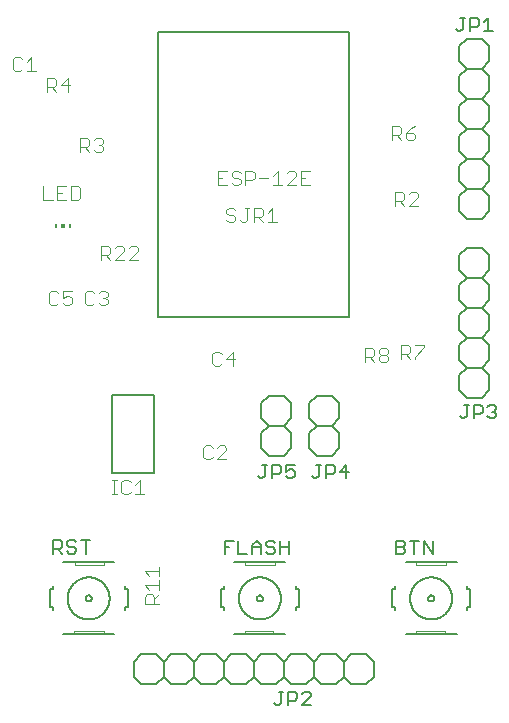
<source format=gbr>
G04 EAGLE Gerber RS-274X export*
G75*
%MOMM*%
%FSLAX34Y34*%
%LPD*%
%INSilkscreen Top*%
%IPPOS*%
%AMOC8*
5,1,8,0,0,1.08239X$1,22.5*%
G01*
%ADD10C,0.152400*%
%ADD11C,0.050800*%
%ADD12C,0.127000*%
%ADD13C,0.101600*%
%ADD14C,0.203200*%
%ADD15R,0.150000X0.300000*%
%ADD16R,0.300000X0.300000*%


D10*
X403020Y82380D02*
X400480Y82380D01*
X403020Y82380D02*
X403020Y97620D01*
X400480Y97620D01*
X339520Y97620D02*
X336980Y97620D01*
X336980Y82380D01*
X339520Y82380D01*
D11*
X357300Y117940D02*
X357300Y120480D01*
X357300Y117940D02*
X382700Y117940D01*
X382700Y120480D01*
X381430Y62060D02*
X357300Y62060D01*
X381430Y62060D02*
X381430Y59520D01*
X357300Y59520D02*
X357300Y62060D01*
D10*
X357300Y59520D02*
X348410Y59520D01*
X382700Y120480D02*
X391590Y120480D01*
X382700Y120480D02*
X357300Y120480D01*
X348410Y120480D01*
X357300Y59520D02*
X381430Y59520D01*
X391590Y59520D01*
X400480Y79840D02*
X400480Y82380D01*
X400480Y97620D02*
X400480Y100160D01*
X339520Y82380D02*
X339520Y79840D01*
X339520Y97620D02*
X339520Y100160D01*
X352220Y90000D02*
X352225Y90436D01*
X352241Y90872D01*
X352268Y91308D01*
X352306Y91743D01*
X352354Y92176D01*
X352412Y92609D01*
X352482Y93040D01*
X352562Y93469D01*
X352652Y93896D01*
X352753Y94320D01*
X352864Y94742D01*
X352986Y95161D01*
X353117Y95577D01*
X353259Y95990D01*
X353411Y96399D01*
X353573Y96804D01*
X353745Y97205D01*
X353927Y97602D01*
X354118Y97994D01*
X354319Y98381D01*
X354530Y98764D01*
X354750Y99141D01*
X354979Y99512D01*
X355216Y99878D01*
X355463Y100238D01*
X355719Y100592D01*
X355983Y100939D01*
X356256Y101280D01*
X356537Y101613D01*
X356826Y101940D01*
X357123Y102260D01*
X357428Y102572D01*
X357740Y102877D01*
X358060Y103174D01*
X358387Y103463D01*
X358720Y103744D01*
X359061Y104017D01*
X359408Y104281D01*
X359762Y104537D01*
X360122Y104784D01*
X360488Y105021D01*
X360859Y105250D01*
X361236Y105470D01*
X361619Y105681D01*
X362006Y105882D01*
X362398Y106073D01*
X362795Y106255D01*
X363196Y106427D01*
X363601Y106589D01*
X364010Y106741D01*
X364423Y106883D01*
X364839Y107014D01*
X365258Y107136D01*
X365680Y107247D01*
X366104Y107348D01*
X366531Y107438D01*
X366960Y107518D01*
X367391Y107588D01*
X367824Y107646D01*
X368257Y107694D01*
X368692Y107732D01*
X369128Y107759D01*
X369564Y107775D01*
X370000Y107780D01*
X370436Y107775D01*
X370872Y107759D01*
X371308Y107732D01*
X371743Y107694D01*
X372176Y107646D01*
X372609Y107588D01*
X373040Y107518D01*
X373469Y107438D01*
X373896Y107348D01*
X374320Y107247D01*
X374742Y107136D01*
X375161Y107014D01*
X375577Y106883D01*
X375990Y106741D01*
X376399Y106589D01*
X376804Y106427D01*
X377205Y106255D01*
X377602Y106073D01*
X377994Y105882D01*
X378381Y105681D01*
X378764Y105470D01*
X379141Y105250D01*
X379512Y105021D01*
X379878Y104784D01*
X380238Y104537D01*
X380592Y104281D01*
X380939Y104017D01*
X381280Y103744D01*
X381613Y103463D01*
X381940Y103174D01*
X382260Y102877D01*
X382572Y102572D01*
X382877Y102260D01*
X383174Y101940D01*
X383463Y101613D01*
X383744Y101280D01*
X384017Y100939D01*
X384281Y100592D01*
X384537Y100238D01*
X384784Y99878D01*
X385021Y99512D01*
X385250Y99141D01*
X385470Y98764D01*
X385681Y98381D01*
X385882Y97994D01*
X386073Y97602D01*
X386255Y97205D01*
X386427Y96804D01*
X386589Y96399D01*
X386741Y95990D01*
X386883Y95577D01*
X387014Y95161D01*
X387136Y94742D01*
X387247Y94320D01*
X387348Y93896D01*
X387438Y93469D01*
X387518Y93040D01*
X387588Y92609D01*
X387646Y92176D01*
X387694Y91743D01*
X387732Y91308D01*
X387759Y90872D01*
X387775Y90436D01*
X387780Y90000D01*
X387775Y89564D01*
X387759Y89128D01*
X387732Y88692D01*
X387694Y88257D01*
X387646Y87824D01*
X387588Y87391D01*
X387518Y86960D01*
X387438Y86531D01*
X387348Y86104D01*
X387247Y85680D01*
X387136Y85258D01*
X387014Y84839D01*
X386883Y84423D01*
X386741Y84010D01*
X386589Y83601D01*
X386427Y83196D01*
X386255Y82795D01*
X386073Y82398D01*
X385882Y82006D01*
X385681Y81619D01*
X385470Y81236D01*
X385250Y80859D01*
X385021Y80488D01*
X384784Y80122D01*
X384537Y79762D01*
X384281Y79408D01*
X384017Y79061D01*
X383744Y78720D01*
X383463Y78387D01*
X383174Y78060D01*
X382877Y77740D01*
X382572Y77428D01*
X382260Y77123D01*
X381940Y76826D01*
X381613Y76537D01*
X381280Y76256D01*
X380939Y75983D01*
X380592Y75719D01*
X380238Y75463D01*
X379878Y75216D01*
X379512Y74979D01*
X379141Y74750D01*
X378764Y74530D01*
X378381Y74319D01*
X377994Y74118D01*
X377602Y73927D01*
X377205Y73745D01*
X376804Y73573D01*
X376399Y73411D01*
X375990Y73259D01*
X375577Y73117D01*
X375161Y72986D01*
X374742Y72864D01*
X374320Y72753D01*
X373896Y72652D01*
X373469Y72562D01*
X373040Y72482D01*
X372609Y72412D01*
X372176Y72354D01*
X371743Y72306D01*
X371308Y72268D01*
X370872Y72241D01*
X370436Y72225D01*
X370000Y72220D01*
X369564Y72225D01*
X369128Y72241D01*
X368692Y72268D01*
X368257Y72306D01*
X367824Y72354D01*
X367391Y72412D01*
X366960Y72482D01*
X366531Y72562D01*
X366104Y72652D01*
X365680Y72753D01*
X365258Y72864D01*
X364839Y72986D01*
X364423Y73117D01*
X364010Y73259D01*
X363601Y73411D01*
X363196Y73573D01*
X362795Y73745D01*
X362398Y73927D01*
X362006Y74118D01*
X361619Y74319D01*
X361236Y74530D01*
X360859Y74750D01*
X360488Y74979D01*
X360122Y75216D01*
X359762Y75463D01*
X359408Y75719D01*
X359061Y75983D01*
X358720Y76256D01*
X358387Y76537D01*
X358060Y76826D01*
X357740Y77123D01*
X357428Y77428D01*
X357123Y77740D01*
X356826Y78060D01*
X356537Y78387D01*
X356256Y78720D01*
X355983Y79061D01*
X355719Y79408D01*
X355463Y79762D01*
X355216Y80122D01*
X354979Y80488D01*
X354750Y80859D01*
X354530Y81236D01*
X354319Y81619D01*
X354118Y82006D01*
X353927Y82398D01*
X353745Y82795D01*
X353573Y83196D01*
X353411Y83601D01*
X353259Y84010D01*
X353117Y84423D01*
X352986Y84839D01*
X352864Y85258D01*
X352753Y85680D01*
X352652Y86104D01*
X352562Y86531D01*
X352482Y86960D01*
X352412Y87391D01*
X352354Y87824D01*
X352306Y88257D01*
X352268Y88692D01*
X352241Y89128D01*
X352225Y89564D01*
X352220Y90000D01*
X367460Y90000D02*
X367462Y90100D01*
X367468Y90201D01*
X367478Y90300D01*
X367492Y90400D01*
X367509Y90499D01*
X367531Y90597D01*
X367557Y90694D01*
X367586Y90790D01*
X367619Y90884D01*
X367656Y90978D01*
X367696Y91070D01*
X367740Y91160D01*
X367788Y91248D01*
X367839Y91335D01*
X367893Y91419D01*
X367951Y91501D01*
X368012Y91581D01*
X368076Y91658D01*
X368143Y91733D01*
X368213Y91805D01*
X368286Y91874D01*
X368361Y91940D01*
X368439Y92004D01*
X368519Y92064D01*
X368602Y92121D01*
X368687Y92174D01*
X368774Y92224D01*
X368863Y92271D01*
X368953Y92314D01*
X369045Y92354D01*
X369139Y92390D01*
X369234Y92422D01*
X369330Y92450D01*
X369428Y92475D01*
X369526Y92495D01*
X369625Y92512D01*
X369725Y92525D01*
X369824Y92534D01*
X369925Y92539D01*
X370025Y92540D01*
X370125Y92537D01*
X370226Y92530D01*
X370325Y92519D01*
X370425Y92504D01*
X370523Y92486D01*
X370621Y92463D01*
X370718Y92436D01*
X370813Y92406D01*
X370908Y92372D01*
X371001Y92334D01*
X371092Y92293D01*
X371182Y92248D01*
X371270Y92200D01*
X371356Y92148D01*
X371440Y92093D01*
X371521Y92034D01*
X371600Y91972D01*
X371677Y91908D01*
X371751Y91840D01*
X371822Y91769D01*
X371891Y91696D01*
X371956Y91620D01*
X372019Y91541D01*
X372078Y91460D01*
X372134Y91377D01*
X372187Y91292D01*
X372236Y91204D01*
X372282Y91115D01*
X372324Y91024D01*
X372363Y90931D01*
X372398Y90837D01*
X372429Y90742D01*
X372457Y90645D01*
X372480Y90548D01*
X372500Y90449D01*
X372516Y90350D01*
X372528Y90251D01*
X372536Y90150D01*
X372540Y90050D01*
X372540Y89950D01*
X372536Y89850D01*
X372528Y89749D01*
X372516Y89650D01*
X372500Y89551D01*
X372480Y89452D01*
X372457Y89355D01*
X372429Y89258D01*
X372398Y89163D01*
X372363Y89069D01*
X372324Y88976D01*
X372282Y88885D01*
X372236Y88796D01*
X372187Y88708D01*
X372134Y88623D01*
X372078Y88540D01*
X372019Y88459D01*
X371956Y88380D01*
X371891Y88304D01*
X371822Y88231D01*
X371751Y88160D01*
X371677Y88092D01*
X371600Y88028D01*
X371521Y87966D01*
X371440Y87907D01*
X371356Y87852D01*
X371270Y87800D01*
X371182Y87752D01*
X371092Y87707D01*
X371001Y87666D01*
X370908Y87628D01*
X370813Y87594D01*
X370718Y87564D01*
X370621Y87537D01*
X370523Y87514D01*
X370425Y87496D01*
X370325Y87481D01*
X370226Y87470D01*
X370125Y87463D01*
X370025Y87460D01*
X369925Y87461D01*
X369824Y87466D01*
X369725Y87475D01*
X369625Y87488D01*
X369526Y87505D01*
X369428Y87525D01*
X369330Y87550D01*
X369234Y87578D01*
X369139Y87610D01*
X369045Y87646D01*
X368953Y87686D01*
X368863Y87729D01*
X368774Y87776D01*
X368687Y87826D01*
X368602Y87879D01*
X368519Y87936D01*
X368439Y87996D01*
X368361Y88060D01*
X368286Y88126D01*
X368213Y88195D01*
X368143Y88267D01*
X368076Y88342D01*
X368012Y88419D01*
X367951Y88499D01*
X367893Y88581D01*
X367839Y88665D01*
X367788Y88752D01*
X367740Y88840D01*
X367696Y88930D01*
X367656Y89022D01*
X367619Y89116D01*
X367586Y89210D01*
X367557Y89306D01*
X367531Y89403D01*
X367509Y89501D01*
X367492Y89600D01*
X367478Y89700D01*
X367468Y89799D01*
X367462Y89900D01*
X367460Y90000D01*
D12*
X340155Y127465D02*
X340155Y138905D01*
X345875Y138905D01*
X347782Y136998D01*
X347782Y135092D01*
X345875Y133185D01*
X347782Y131278D01*
X347782Y129372D01*
X345875Y127465D01*
X340155Y127465D01*
X340155Y133185D02*
X345875Y133185D01*
X355662Y127465D02*
X355662Y138905D01*
X351849Y138905D02*
X359475Y138905D01*
X363543Y138905D02*
X363543Y127465D01*
X371169Y127465D02*
X363543Y138905D01*
X371169Y138905D02*
X371169Y127465D01*
D13*
X23544Y546193D02*
X21595Y548142D01*
X17697Y548142D01*
X15748Y546193D01*
X15748Y538397D01*
X17697Y536448D01*
X21595Y536448D01*
X23544Y538397D01*
X27442Y544244D02*
X31340Y548142D01*
X31340Y536448D01*
X27442Y536448D02*
X35238Y536448D01*
X190675Y298802D02*
X192624Y296853D01*
X190675Y298802D02*
X186777Y298802D01*
X184828Y296853D01*
X184828Y289057D01*
X186777Y287108D01*
X190675Y287108D01*
X192624Y289057D01*
X202369Y287108D02*
X202369Y298802D01*
X196522Y292955D01*
X204318Y292955D01*
X54024Y348073D02*
X52075Y350022D01*
X48177Y350022D01*
X46228Y348073D01*
X46228Y340277D01*
X48177Y338328D01*
X52075Y338328D01*
X54024Y340277D01*
X57922Y350022D02*
X65718Y350022D01*
X57922Y350022D02*
X57922Y344175D01*
X61820Y346124D01*
X63769Y346124D01*
X65718Y344175D01*
X65718Y340277D01*
X63769Y338328D01*
X59871Y338328D01*
X57922Y340277D01*
D10*
X255480Y82380D02*
X258020Y82380D01*
X258020Y97620D01*
X255480Y97620D01*
X194520Y97620D02*
X191980Y97620D01*
X191980Y82380D01*
X194520Y82380D01*
D11*
X212300Y117940D02*
X212300Y120480D01*
X212300Y117940D02*
X237700Y117940D01*
X237700Y120480D01*
X236430Y62060D02*
X212300Y62060D01*
X236430Y62060D02*
X236430Y59520D01*
X212300Y59520D02*
X212300Y62060D01*
D10*
X212300Y59520D02*
X203410Y59520D01*
X237700Y120480D02*
X246590Y120480D01*
X237700Y120480D02*
X212300Y120480D01*
X203410Y120480D01*
X212300Y59520D02*
X236430Y59520D01*
X246590Y59520D01*
X255480Y79840D02*
X255480Y82380D01*
X255480Y97620D02*
X255480Y100160D01*
X194520Y82380D02*
X194520Y79840D01*
X194520Y97620D02*
X194520Y100160D01*
X207220Y90000D02*
X207225Y90436D01*
X207241Y90872D01*
X207268Y91308D01*
X207306Y91743D01*
X207354Y92176D01*
X207412Y92609D01*
X207482Y93040D01*
X207562Y93469D01*
X207652Y93896D01*
X207753Y94320D01*
X207864Y94742D01*
X207986Y95161D01*
X208117Y95577D01*
X208259Y95990D01*
X208411Y96399D01*
X208573Y96804D01*
X208745Y97205D01*
X208927Y97602D01*
X209118Y97994D01*
X209319Y98381D01*
X209530Y98764D01*
X209750Y99141D01*
X209979Y99512D01*
X210216Y99878D01*
X210463Y100238D01*
X210719Y100592D01*
X210983Y100939D01*
X211256Y101280D01*
X211537Y101613D01*
X211826Y101940D01*
X212123Y102260D01*
X212428Y102572D01*
X212740Y102877D01*
X213060Y103174D01*
X213387Y103463D01*
X213720Y103744D01*
X214061Y104017D01*
X214408Y104281D01*
X214762Y104537D01*
X215122Y104784D01*
X215488Y105021D01*
X215859Y105250D01*
X216236Y105470D01*
X216619Y105681D01*
X217006Y105882D01*
X217398Y106073D01*
X217795Y106255D01*
X218196Y106427D01*
X218601Y106589D01*
X219010Y106741D01*
X219423Y106883D01*
X219839Y107014D01*
X220258Y107136D01*
X220680Y107247D01*
X221104Y107348D01*
X221531Y107438D01*
X221960Y107518D01*
X222391Y107588D01*
X222824Y107646D01*
X223257Y107694D01*
X223692Y107732D01*
X224128Y107759D01*
X224564Y107775D01*
X225000Y107780D01*
X225436Y107775D01*
X225872Y107759D01*
X226308Y107732D01*
X226743Y107694D01*
X227176Y107646D01*
X227609Y107588D01*
X228040Y107518D01*
X228469Y107438D01*
X228896Y107348D01*
X229320Y107247D01*
X229742Y107136D01*
X230161Y107014D01*
X230577Y106883D01*
X230990Y106741D01*
X231399Y106589D01*
X231804Y106427D01*
X232205Y106255D01*
X232602Y106073D01*
X232994Y105882D01*
X233381Y105681D01*
X233764Y105470D01*
X234141Y105250D01*
X234512Y105021D01*
X234878Y104784D01*
X235238Y104537D01*
X235592Y104281D01*
X235939Y104017D01*
X236280Y103744D01*
X236613Y103463D01*
X236940Y103174D01*
X237260Y102877D01*
X237572Y102572D01*
X237877Y102260D01*
X238174Y101940D01*
X238463Y101613D01*
X238744Y101280D01*
X239017Y100939D01*
X239281Y100592D01*
X239537Y100238D01*
X239784Y99878D01*
X240021Y99512D01*
X240250Y99141D01*
X240470Y98764D01*
X240681Y98381D01*
X240882Y97994D01*
X241073Y97602D01*
X241255Y97205D01*
X241427Y96804D01*
X241589Y96399D01*
X241741Y95990D01*
X241883Y95577D01*
X242014Y95161D01*
X242136Y94742D01*
X242247Y94320D01*
X242348Y93896D01*
X242438Y93469D01*
X242518Y93040D01*
X242588Y92609D01*
X242646Y92176D01*
X242694Y91743D01*
X242732Y91308D01*
X242759Y90872D01*
X242775Y90436D01*
X242780Y90000D01*
X242775Y89564D01*
X242759Y89128D01*
X242732Y88692D01*
X242694Y88257D01*
X242646Y87824D01*
X242588Y87391D01*
X242518Y86960D01*
X242438Y86531D01*
X242348Y86104D01*
X242247Y85680D01*
X242136Y85258D01*
X242014Y84839D01*
X241883Y84423D01*
X241741Y84010D01*
X241589Y83601D01*
X241427Y83196D01*
X241255Y82795D01*
X241073Y82398D01*
X240882Y82006D01*
X240681Y81619D01*
X240470Y81236D01*
X240250Y80859D01*
X240021Y80488D01*
X239784Y80122D01*
X239537Y79762D01*
X239281Y79408D01*
X239017Y79061D01*
X238744Y78720D01*
X238463Y78387D01*
X238174Y78060D01*
X237877Y77740D01*
X237572Y77428D01*
X237260Y77123D01*
X236940Y76826D01*
X236613Y76537D01*
X236280Y76256D01*
X235939Y75983D01*
X235592Y75719D01*
X235238Y75463D01*
X234878Y75216D01*
X234512Y74979D01*
X234141Y74750D01*
X233764Y74530D01*
X233381Y74319D01*
X232994Y74118D01*
X232602Y73927D01*
X232205Y73745D01*
X231804Y73573D01*
X231399Y73411D01*
X230990Y73259D01*
X230577Y73117D01*
X230161Y72986D01*
X229742Y72864D01*
X229320Y72753D01*
X228896Y72652D01*
X228469Y72562D01*
X228040Y72482D01*
X227609Y72412D01*
X227176Y72354D01*
X226743Y72306D01*
X226308Y72268D01*
X225872Y72241D01*
X225436Y72225D01*
X225000Y72220D01*
X224564Y72225D01*
X224128Y72241D01*
X223692Y72268D01*
X223257Y72306D01*
X222824Y72354D01*
X222391Y72412D01*
X221960Y72482D01*
X221531Y72562D01*
X221104Y72652D01*
X220680Y72753D01*
X220258Y72864D01*
X219839Y72986D01*
X219423Y73117D01*
X219010Y73259D01*
X218601Y73411D01*
X218196Y73573D01*
X217795Y73745D01*
X217398Y73927D01*
X217006Y74118D01*
X216619Y74319D01*
X216236Y74530D01*
X215859Y74750D01*
X215488Y74979D01*
X215122Y75216D01*
X214762Y75463D01*
X214408Y75719D01*
X214061Y75983D01*
X213720Y76256D01*
X213387Y76537D01*
X213060Y76826D01*
X212740Y77123D01*
X212428Y77428D01*
X212123Y77740D01*
X211826Y78060D01*
X211537Y78387D01*
X211256Y78720D01*
X210983Y79061D01*
X210719Y79408D01*
X210463Y79762D01*
X210216Y80122D01*
X209979Y80488D01*
X209750Y80859D01*
X209530Y81236D01*
X209319Y81619D01*
X209118Y82006D01*
X208927Y82398D01*
X208745Y82795D01*
X208573Y83196D01*
X208411Y83601D01*
X208259Y84010D01*
X208117Y84423D01*
X207986Y84839D01*
X207864Y85258D01*
X207753Y85680D01*
X207652Y86104D01*
X207562Y86531D01*
X207482Y86960D01*
X207412Y87391D01*
X207354Y87824D01*
X207306Y88257D01*
X207268Y88692D01*
X207241Y89128D01*
X207225Y89564D01*
X207220Y90000D01*
X222460Y90000D02*
X222462Y90100D01*
X222468Y90201D01*
X222478Y90300D01*
X222492Y90400D01*
X222509Y90499D01*
X222531Y90597D01*
X222557Y90694D01*
X222586Y90790D01*
X222619Y90884D01*
X222656Y90978D01*
X222696Y91070D01*
X222740Y91160D01*
X222788Y91248D01*
X222839Y91335D01*
X222893Y91419D01*
X222951Y91501D01*
X223012Y91581D01*
X223076Y91658D01*
X223143Y91733D01*
X223213Y91805D01*
X223286Y91874D01*
X223361Y91940D01*
X223439Y92004D01*
X223519Y92064D01*
X223602Y92121D01*
X223687Y92174D01*
X223774Y92224D01*
X223863Y92271D01*
X223953Y92314D01*
X224045Y92354D01*
X224139Y92390D01*
X224234Y92422D01*
X224330Y92450D01*
X224428Y92475D01*
X224526Y92495D01*
X224625Y92512D01*
X224725Y92525D01*
X224824Y92534D01*
X224925Y92539D01*
X225025Y92540D01*
X225125Y92537D01*
X225226Y92530D01*
X225325Y92519D01*
X225425Y92504D01*
X225523Y92486D01*
X225621Y92463D01*
X225718Y92436D01*
X225813Y92406D01*
X225908Y92372D01*
X226001Y92334D01*
X226092Y92293D01*
X226182Y92248D01*
X226270Y92200D01*
X226356Y92148D01*
X226440Y92093D01*
X226521Y92034D01*
X226600Y91972D01*
X226677Y91908D01*
X226751Y91840D01*
X226822Y91769D01*
X226891Y91696D01*
X226956Y91620D01*
X227019Y91541D01*
X227078Y91460D01*
X227134Y91377D01*
X227187Y91292D01*
X227236Y91204D01*
X227282Y91115D01*
X227324Y91024D01*
X227363Y90931D01*
X227398Y90837D01*
X227429Y90742D01*
X227457Y90645D01*
X227480Y90548D01*
X227500Y90449D01*
X227516Y90350D01*
X227528Y90251D01*
X227536Y90150D01*
X227540Y90050D01*
X227540Y89950D01*
X227536Y89850D01*
X227528Y89749D01*
X227516Y89650D01*
X227500Y89551D01*
X227480Y89452D01*
X227457Y89355D01*
X227429Y89258D01*
X227398Y89163D01*
X227363Y89069D01*
X227324Y88976D01*
X227282Y88885D01*
X227236Y88796D01*
X227187Y88708D01*
X227134Y88623D01*
X227078Y88540D01*
X227019Y88459D01*
X226956Y88380D01*
X226891Y88304D01*
X226822Y88231D01*
X226751Y88160D01*
X226677Y88092D01*
X226600Y88028D01*
X226521Y87966D01*
X226440Y87907D01*
X226356Y87852D01*
X226270Y87800D01*
X226182Y87752D01*
X226092Y87707D01*
X226001Y87666D01*
X225908Y87628D01*
X225813Y87594D01*
X225718Y87564D01*
X225621Y87537D01*
X225523Y87514D01*
X225425Y87496D01*
X225325Y87481D01*
X225226Y87470D01*
X225125Y87463D01*
X225025Y87460D01*
X224925Y87461D01*
X224824Y87466D01*
X224725Y87475D01*
X224625Y87488D01*
X224526Y87505D01*
X224428Y87525D01*
X224330Y87550D01*
X224234Y87578D01*
X224139Y87610D01*
X224045Y87646D01*
X223953Y87686D01*
X223863Y87729D01*
X223774Y87776D01*
X223687Y87826D01*
X223602Y87879D01*
X223519Y87936D01*
X223439Y87996D01*
X223361Y88060D01*
X223286Y88126D01*
X223213Y88195D01*
X223143Y88267D01*
X223076Y88342D01*
X223012Y88419D01*
X222951Y88499D01*
X222893Y88581D01*
X222839Y88665D01*
X222788Y88752D01*
X222740Y88840D01*
X222696Y88930D01*
X222656Y89022D01*
X222619Y89116D01*
X222586Y89210D01*
X222557Y89306D01*
X222531Y89403D01*
X222509Y89501D01*
X222492Y89600D01*
X222478Y89700D01*
X222468Y89799D01*
X222462Y89900D01*
X222460Y90000D01*
D12*
X195155Y127465D02*
X195155Y138905D01*
X202782Y138905D01*
X198968Y133185D02*
X195155Y133185D01*
X206849Y138905D02*
X206849Y127465D01*
X214475Y127465D01*
X218543Y127465D02*
X218543Y135092D01*
X222356Y138905D01*
X226169Y135092D01*
X226169Y127465D01*
X226169Y133185D02*
X218543Y133185D01*
X235957Y138905D02*
X237863Y136998D01*
X235957Y138905D02*
X232144Y138905D01*
X230237Y136998D01*
X230237Y135092D01*
X232144Y133185D01*
X235957Y133185D01*
X237863Y131278D01*
X237863Y129372D01*
X235957Y127465D01*
X232144Y127465D01*
X230237Y129372D01*
X241931Y127465D02*
X241931Y138905D01*
X241931Y133185D02*
X249557Y133185D01*
X249557Y138905D02*
X249557Y127465D01*
D14*
X135660Y262050D02*
X100100Y262050D01*
X135660Y262050D02*
X135660Y196510D01*
X100100Y196510D01*
X100100Y262050D01*
D13*
X99904Y178480D02*
X103802Y178480D01*
X101853Y178480D02*
X101853Y190174D01*
X99904Y190174D02*
X103802Y190174D01*
X113547Y190174D02*
X115496Y188225D01*
X113547Y190174D02*
X109649Y190174D01*
X107700Y188225D01*
X107700Y180429D01*
X109649Y178480D01*
X113547Y178480D01*
X115496Y180429D01*
X119394Y186276D02*
X123292Y190174D01*
X123292Y178480D01*
X119394Y178480D02*
X127190Y178480D01*
D15*
X64420Y404900D03*
X52420Y404900D03*
D16*
X58420Y404900D03*
D13*
X41626Y427228D02*
X41626Y438922D01*
X41626Y427228D02*
X49422Y427228D01*
X53320Y438922D02*
X61116Y438922D01*
X53320Y438922D02*
X53320Y427228D01*
X61116Y427228D01*
X57218Y433075D02*
X53320Y433075D01*
X65014Y438922D02*
X65014Y427228D01*
X70861Y427228D01*
X72810Y429177D01*
X72810Y436973D01*
X70861Y438922D01*
X65014Y438922D01*
X127498Y85598D02*
X139192Y85598D01*
X127498Y85598D02*
X127498Y91445D01*
X129447Y93394D01*
X133345Y93394D01*
X135294Y91445D01*
X135294Y85598D01*
X135294Y89496D02*
X139192Y93394D01*
X131396Y97292D02*
X127498Y101190D01*
X139192Y101190D01*
X139192Y97292D02*
X139192Y105088D01*
X131396Y108986D02*
X127498Y112884D01*
X139192Y112884D01*
X139192Y108986D02*
X139192Y116782D01*
X339598Y422148D02*
X339598Y433842D01*
X345445Y433842D01*
X347394Y431893D01*
X347394Y427995D01*
X345445Y426046D01*
X339598Y426046D01*
X343496Y426046D02*
X347394Y422148D01*
X351292Y422148D02*
X359088Y422148D01*
X351292Y422148D02*
X359088Y429944D01*
X359088Y431893D01*
X357139Y433842D01*
X353241Y433842D01*
X351292Y431893D01*
X90678Y388122D02*
X90678Y376428D01*
X90678Y388122D02*
X96525Y388122D01*
X98474Y386173D01*
X98474Y382275D01*
X96525Y380326D01*
X90678Y380326D01*
X94576Y380326D02*
X98474Y376428D01*
X102372Y376428D02*
X110168Y376428D01*
X102372Y376428D02*
X110168Y384224D01*
X110168Y386173D01*
X108219Y388122D01*
X104321Y388122D01*
X102372Y386173D01*
X114066Y376428D02*
X121862Y376428D01*
X114066Y376428D02*
X121862Y384224D01*
X121862Y386173D01*
X119913Y388122D01*
X116015Y388122D01*
X114066Y386173D01*
X72898Y467868D02*
X72898Y479562D01*
X78745Y479562D01*
X80694Y477613D01*
X80694Y473715D01*
X78745Y471766D01*
X72898Y471766D01*
X76796Y471766D02*
X80694Y467868D01*
X84592Y477613D02*
X86541Y479562D01*
X90439Y479562D01*
X92388Y477613D01*
X92388Y475664D01*
X90439Y473715D01*
X88490Y473715D01*
X90439Y473715D02*
X92388Y471766D01*
X92388Y469817D01*
X90439Y467868D01*
X86541Y467868D01*
X84592Y469817D01*
X44958Y518668D02*
X44958Y530362D01*
X50805Y530362D01*
X52754Y528413D01*
X52754Y524515D01*
X50805Y522566D01*
X44958Y522566D01*
X48856Y522566D02*
X52754Y518668D01*
X62499Y518668D02*
X62499Y530362D01*
X56652Y524515D01*
X64448Y524515D01*
X337058Y489722D02*
X337058Y478028D01*
X337058Y489722D02*
X342905Y489722D01*
X344854Y487773D01*
X344854Y483875D01*
X342905Y481926D01*
X337058Y481926D01*
X340956Y481926D02*
X344854Y478028D01*
X352650Y487773D02*
X356548Y489722D01*
X352650Y487773D02*
X348752Y483875D01*
X348752Y479977D01*
X350701Y478028D01*
X354599Y478028D01*
X356548Y479977D01*
X356548Y481926D01*
X354599Y483875D01*
X348752Y483875D01*
D10*
X49520Y97620D02*
X46980Y97620D01*
X46980Y82380D01*
X49520Y82380D01*
X110480Y82380D02*
X113020Y82380D01*
X113020Y97620D01*
X110480Y97620D01*
D11*
X92700Y62060D02*
X92700Y59520D01*
X92700Y62060D02*
X67300Y62060D01*
X67300Y59520D01*
X68570Y117940D02*
X92700Y117940D01*
X68570Y117940D02*
X68570Y120480D01*
X92700Y120480D02*
X92700Y117940D01*
D10*
X92700Y120480D02*
X101590Y120480D01*
X67300Y59520D02*
X58410Y59520D01*
X67300Y59520D02*
X92700Y59520D01*
X101590Y59520D01*
X92700Y120480D02*
X68570Y120480D01*
X58410Y120480D01*
X49520Y100160D02*
X49520Y97620D01*
X49520Y82380D02*
X49520Y79840D01*
X110480Y97620D02*
X110480Y100160D01*
X110480Y82380D02*
X110480Y79840D01*
X62220Y90000D02*
X62225Y90436D01*
X62241Y90872D01*
X62268Y91308D01*
X62306Y91743D01*
X62354Y92176D01*
X62412Y92609D01*
X62482Y93040D01*
X62562Y93469D01*
X62652Y93896D01*
X62753Y94320D01*
X62864Y94742D01*
X62986Y95161D01*
X63117Y95577D01*
X63259Y95990D01*
X63411Y96399D01*
X63573Y96804D01*
X63745Y97205D01*
X63927Y97602D01*
X64118Y97994D01*
X64319Y98381D01*
X64530Y98764D01*
X64750Y99141D01*
X64979Y99512D01*
X65216Y99878D01*
X65463Y100238D01*
X65719Y100592D01*
X65983Y100939D01*
X66256Y101280D01*
X66537Y101613D01*
X66826Y101940D01*
X67123Y102260D01*
X67428Y102572D01*
X67740Y102877D01*
X68060Y103174D01*
X68387Y103463D01*
X68720Y103744D01*
X69061Y104017D01*
X69408Y104281D01*
X69762Y104537D01*
X70122Y104784D01*
X70488Y105021D01*
X70859Y105250D01*
X71236Y105470D01*
X71619Y105681D01*
X72006Y105882D01*
X72398Y106073D01*
X72795Y106255D01*
X73196Y106427D01*
X73601Y106589D01*
X74010Y106741D01*
X74423Y106883D01*
X74839Y107014D01*
X75258Y107136D01*
X75680Y107247D01*
X76104Y107348D01*
X76531Y107438D01*
X76960Y107518D01*
X77391Y107588D01*
X77824Y107646D01*
X78257Y107694D01*
X78692Y107732D01*
X79128Y107759D01*
X79564Y107775D01*
X80000Y107780D01*
X80436Y107775D01*
X80872Y107759D01*
X81308Y107732D01*
X81743Y107694D01*
X82176Y107646D01*
X82609Y107588D01*
X83040Y107518D01*
X83469Y107438D01*
X83896Y107348D01*
X84320Y107247D01*
X84742Y107136D01*
X85161Y107014D01*
X85577Y106883D01*
X85990Y106741D01*
X86399Y106589D01*
X86804Y106427D01*
X87205Y106255D01*
X87602Y106073D01*
X87994Y105882D01*
X88381Y105681D01*
X88764Y105470D01*
X89141Y105250D01*
X89512Y105021D01*
X89878Y104784D01*
X90238Y104537D01*
X90592Y104281D01*
X90939Y104017D01*
X91280Y103744D01*
X91613Y103463D01*
X91940Y103174D01*
X92260Y102877D01*
X92572Y102572D01*
X92877Y102260D01*
X93174Y101940D01*
X93463Y101613D01*
X93744Y101280D01*
X94017Y100939D01*
X94281Y100592D01*
X94537Y100238D01*
X94784Y99878D01*
X95021Y99512D01*
X95250Y99141D01*
X95470Y98764D01*
X95681Y98381D01*
X95882Y97994D01*
X96073Y97602D01*
X96255Y97205D01*
X96427Y96804D01*
X96589Y96399D01*
X96741Y95990D01*
X96883Y95577D01*
X97014Y95161D01*
X97136Y94742D01*
X97247Y94320D01*
X97348Y93896D01*
X97438Y93469D01*
X97518Y93040D01*
X97588Y92609D01*
X97646Y92176D01*
X97694Y91743D01*
X97732Y91308D01*
X97759Y90872D01*
X97775Y90436D01*
X97780Y90000D01*
X97775Y89564D01*
X97759Y89128D01*
X97732Y88692D01*
X97694Y88257D01*
X97646Y87824D01*
X97588Y87391D01*
X97518Y86960D01*
X97438Y86531D01*
X97348Y86104D01*
X97247Y85680D01*
X97136Y85258D01*
X97014Y84839D01*
X96883Y84423D01*
X96741Y84010D01*
X96589Y83601D01*
X96427Y83196D01*
X96255Y82795D01*
X96073Y82398D01*
X95882Y82006D01*
X95681Y81619D01*
X95470Y81236D01*
X95250Y80859D01*
X95021Y80488D01*
X94784Y80122D01*
X94537Y79762D01*
X94281Y79408D01*
X94017Y79061D01*
X93744Y78720D01*
X93463Y78387D01*
X93174Y78060D01*
X92877Y77740D01*
X92572Y77428D01*
X92260Y77123D01*
X91940Y76826D01*
X91613Y76537D01*
X91280Y76256D01*
X90939Y75983D01*
X90592Y75719D01*
X90238Y75463D01*
X89878Y75216D01*
X89512Y74979D01*
X89141Y74750D01*
X88764Y74530D01*
X88381Y74319D01*
X87994Y74118D01*
X87602Y73927D01*
X87205Y73745D01*
X86804Y73573D01*
X86399Y73411D01*
X85990Y73259D01*
X85577Y73117D01*
X85161Y72986D01*
X84742Y72864D01*
X84320Y72753D01*
X83896Y72652D01*
X83469Y72562D01*
X83040Y72482D01*
X82609Y72412D01*
X82176Y72354D01*
X81743Y72306D01*
X81308Y72268D01*
X80872Y72241D01*
X80436Y72225D01*
X80000Y72220D01*
X79564Y72225D01*
X79128Y72241D01*
X78692Y72268D01*
X78257Y72306D01*
X77824Y72354D01*
X77391Y72412D01*
X76960Y72482D01*
X76531Y72562D01*
X76104Y72652D01*
X75680Y72753D01*
X75258Y72864D01*
X74839Y72986D01*
X74423Y73117D01*
X74010Y73259D01*
X73601Y73411D01*
X73196Y73573D01*
X72795Y73745D01*
X72398Y73927D01*
X72006Y74118D01*
X71619Y74319D01*
X71236Y74530D01*
X70859Y74750D01*
X70488Y74979D01*
X70122Y75216D01*
X69762Y75463D01*
X69408Y75719D01*
X69061Y75983D01*
X68720Y76256D01*
X68387Y76537D01*
X68060Y76826D01*
X67740Y77123D01*
X67428Y77428D01*
X67123Y77740D01*
X66826Y78060D01*
X66537Y78387D01*
X66256Y78720D01*
X65983Y79061D01*
X65719Y79408D01*
X65463Y79762D01*
X65216Y80122D01*
X64979Y80488D01*
X64750Y80859D01*
X64530Y81236D01*
X64319Y81619D01*
X64118Y82006D01*
X63927Y82398D01*
X63745Y82795D01*
X63573Y83196D01*
X63411Y83601D01*
X63259Y84010D01*
X63117Y84423D01*
X62986Y84839D01*
X62864Y85258D01*
X62753Y85680D01*
X62652Y86104D01*
X62562Y86531D01*
X62482Y86960D01*
X62412Y87391D01*
X62354Y87824D01*
X62306Y88257D01*
X62268Y88692D01*
X62241Y89128D01*
X62225Y89564D01*
X62220Y90000D01*
X77460Y90000D02*
X77462Y90100D01*
X77468Y90201D01*
X77478Y90300D01*
X77492Y90400D01*
X77509Y90499D01*
X77531Y90597D01*
X77557Y90694D01*
X77586Y90790D01*
X77619Y90884D01*
X77656Y90978D01*
X77696Y91070D01*
X77740Y91160D01*
X77788Y91248D01*
X77839Y91335D01*
X77893Y91419D01*
X77951Y91501D01*
X78012Y91581D01*
X78076Y91658D01*
X78143Y91733D01*
X78213Y91805D01*
X78286Y91874D01*
X78361Y91940D01*
X78439Y92004D01*
X78519Y92064D01*
X78602Y92121D01*
X78687Y92174D01*
X78774Y92224D01*
X78863Y92271D01*
X78953Y92314D01*
X79045Y92354D01*
X79139Y92390D01*
X79234Y92422D01*
X79330Y92450D01*
X79428Y92475D01*
X79526Y92495D01*
X79625Y92512D01*
X79725Y92525D01*
X79824Y92534D01*
X79925Y92539D01*
X80025Y92540D01*
X80125Y92537D01*
X80226Y92530D01*
X80325Y92519D01*
X80425Y92504D01*
X80523Y92486D01*
X80621Y92463D01*
X80718Y92436D01*
X80813Y92406D01*
X80908Y92372D01*
X81001Y92334D01*
X81092Y92293D01*
X81182Y92248D01*
X81270Y92200D01*
X81356Y92148D01*
X81440Y92093D01*
X81521Y92034D01*
X81600Y91972D01*
X81677Y91908D01*
X81751Y91840D01*
X81822Y91769D01*
X81891Y91696D01*
X81956Y91620D01*
X82019Y91541D01*
X82078Y91460D01*
X82134Y91377D01*
X82187Y91292D01*
X82236Y91204D01*
X82282Y91115D01*
X82324Y91024D01*
X82363Y90931D01*
X82398Y90837D01*
X82429Y90742D01*
X82457Y90645D01*
X82480Y90548D01*
X82500Y90449D01*
X82516Y90350D01*
X82528Y90251D01*
X82536Y90150D01*
X82540Y90050D01*
X82540Y89950D01*
X82536Y89850D01*
X82528Y89749D01*
X82516Y89650D01*
X82500Y89551D01*
X82480Y89452D01*
X82457Y89355D01*
X82429Y89258D01*
X82398Y89163D01*
X82363Y89069D01*
X82324Y88976D01*
X82282Y88885D01*
X82236Y88796D01*
X82187Y88708D01*
X82134Y88623D01*
X82078Y88540D01*
X82019Y88459D01*
X81956Y88380D01*
X81891Y88304D01*
X81822Y88231D01*
X81751Y88160D01*
X81677Y88092D01*
X81600Y88028D01*
X81521Y87966D01*
X81440Y87907D01*
X81356Y87852D01*
X81270Y87800D01*
X81182Y87752D01*
X81092Y87707D01*
X81001Y87666D01*
X80908Y87628D01*
X80813Y87594D01*
X80718Y87564D01*
X80621Y87537D01*
X80523Y87514D01*
X80425Y87496D01*
X80325Y87481D01*
X80226Y87470D01*
X80125Y87463D01*
X80025Y87460D01*
X79925Y87461D01*
X79824Y87466D01*
X79725Y87475D01*
X79625Y87488D01*
X79526Y87505D01*
X79428Y87525D01*
X79330Y87550D01*
X79234Y87578D01*
X79139Y87610D01*
X79045Y87646D01*
X78953Y87686D01*
X78863Y87729D01*
X78774Y87776D01*
X78687Y87826D01*
X78602Y87879D01*
X78519Y87936D01*
X78439Y87996D01*
X78361Y88060D01*
X78286Y88126D01*
X78213Y88195D01*
X78143Y88267D01*
X78076Y88342D01*
X78012Y88419D01*
X77951Y88499D01*
X77893Y88581D01*
X77839Y88665D01*
X77788Y88752D01*
X77740Y88840D01*
X77696Y88930D01*
X77656Y89022D01*
X77619Y89116D01*
X77586Y89210D01*
X77557Y89306D01*
X77531Y89403D01*
X77509Y89501D01*
X77492Y89600D01*
X77478Y89700D01*
X77468Y89799D01*
X77462Y89900D01*
X77460Y90000D01*
D12*
X50175Y127805D02*
X50175Y139245D01*
X55895Y139245D01*
X57802Y137338D01*
X57802Y133525D01*
X55895Y131618D01*
X50175Y131618D01*
X53988Y131618D02*
X57802Y127805D01*
X67589Y139245D02*
X69495Y137338D01*
X67589Y139245D02*
X63776Y139245D01*
X61869Y137338D01*
X61869Y135432D01*
X63776Y133525D01*
X67589Y133525D01*
X69495Y131618D01*
X69495Y129712D01*
X67589Y127805D01*
X63776Y127805D01*
X61869Y129712D01*
X77376Y127805D02*
X77376Y139245D01*
X73563Y139245D02*
X81189Y139245D01*
X300800Y328400D02*
X300800Y569400D01*
X138800Y569400D01*
X138800Y328400D01*
D13*
X189308Y451702D02*
X197104Y451702D01*
X189308Y451702D02*
X189308Y440008D01*
X197104Y440008D01*
X193206Y445855D02*
X189308Y445855D01*
X206849Y451702D02*
X208798Y449753D01*
X206849Y451702D02*
X202951Y451702D01*
X201002Y449753D01*
X201002Y447804D01*
X202951Y445855D01*
X206849Y445855D01*
X208798Y443906D01*
X208798Y441957D01*
X206849Y440008D01*
X202951Y440008D01*
X201002Y441957D01*
X212696Y440008D02*
X212696Y451702D01*
X218543Y451702D01*
X220492Y449753D01*
X220492Y445855D01*
X218543Y443906D01*
X212696Y443906D01*
X224390Y445855D02*
X232186Y445855D01*
X236084Y447804D02*
X239982Y451702D01*
X239982Y440008D01*
X236084Y440008D02*
X243880Y440008D01*
X247778Y440008D02*
X255574Y440008D01*
X247778Y440008D02*
X255574Y447804D01*
X255574Y449753D01*
X253625Y451702D01*
X249727Y451702D01*
X247778Y449753D01*
X259472Y451702D02*
X267268Y451702D01*
X259472Y451702D02*
X259472Y440008D01*
X267268Y440008D01*
X263370Y445855D02*
X259472Y445855D01*
D12*
X300800Y328400D02*
X138800Y328400D01*
D13*
X204304Y418353D02*
X202355Y420302D01*
X198457Y420302D01*
X196508Y418353D01*
X196508Y416404D01*
X198457Y414455D01*
X202355Y414455D01*
X204304Y412506D01*
X204304Y410557D01*
X202355Y408608D01*
X198457Y408608D01*
X196508Y410557D01*
X208202Y410557D02*
X210151Y408608D01*
X212100Y408608D01*
X214049Y410557D01*
X214049Y420302D01*
X212100Y420302D02*
X215998Y420302D01*
X219896Y420302D02*
X219896Y408608D01*
X219896Y420302D02*
X225743Y420302D01*
X227692Y418353D01*
X227692Y414455D01*
X225743Y412506D01*
X219896Y412506D01*
X223794Y412506D02*
X227692Y408608D01*
X231590Y416404D02*
X235488Y420302D01*
X235488Y408608D01*
X231590Y408608D02*
X239386Y408608D01*
D10*
X393700Y494030D02*
X393700Y506730D01*
X400050Y513080D01*
X412750Y513080D01*
X419100Y506730D01*
X400050Y513080D02*
X393700Y519430D01*
X393700Y532130D01*
X400050Y538480D01*
X412750Y538480D01*
X419100Y532130D01*
X419100Y519430D01*
X412750Y513080D01*
X393700Y468630D02*
X400050Y462280D01*
X393700Y468630D02*
X393700Y481330D01*
X400050Y487680D01*
X412750Y487680D01*
X419100Y481330D01*
X419100Y468630D01*
X412750Y462280D01*
X400050Y487680D02*
X393700Y494030D01*
X412750Y487680D02*
X419100Y494030D01*
X419100Y506730D01*
X393700Y430530D02*
X393700Y417830D01*
X393700Y430530D02*
X400050Y436880D01*
X412750Y436880D01*
X419100Y430530D01*
X400050Y436880D02*
X393700Y443230D01*
X393700Y455930D01*
X400050Y462280D01*
X412750Y462280D01*
X419100Y455930D01*
X419100Y443230D01*
X412750Y436880D01*
X412750Y411480D02*
X400050Y411480D01*
X393700Y417830D01*
X412750Y411480D02*
X419100Y417830D01*
X419100Y430530D01*
X393700Y544830D02*
X393700Y557530D01*
X400050Y563880D01*
X412750Y563880D01*
X419100Y557530D01*
X400050Y538480D02*
X393700Y544830D01*
X412750Y538480D02*
X419100Y544830D01*
X419100Y557530D01*
D12*
X392940Y570103D02*
X391033Y572010D01*
X392940Y570103D02*
X394846Y570103D01*
X396753Y572010D01*
X396753Y581543D01*
X394846Y581543D02*
X398660Y581543D01*
X402727Y581543D02*
X402727Y570103D01*
X402727Y581543D02*
X408447Y581543D01*
X410353Y579636D01*
X410353Y575823D01*
X408447Y573916D01*
X402727Y573916D01*
X414421Y577730D02*
X418234Y581543D01*
X418234Y570103D01*
X414421Y570103D02*
X422047Y570103D01*
D13*
X183055Y219582D02*
X185004Y217633D01*
X183055Y219582D02*
X179157Y219582D01*
X177208Y217633D01*
X177208Y209837D01*
X179157Y207888D01*
X183055Y207888D01*
X185004Y209837D01*
X188902Y207888D02*
X196698Y207888D01*
X188902Y207888D02*
X196698Y215684D01*
X196698Y217633D01*
X194749Y219582D01*
X190851Y219582D01*
X188902Y217633D01*
X84504Y348073D02*
X82555Y350022D01*
X78657Y350022D01*
X76708Y348073D01*
X76708Y340277D01*
X78657Y338328D01*
X82555Y338328D01*
X84504Y340277D01*
X88402Y348073D02*
X90351Y350022D01*
X94249Y350022D01*
X96198Y348073D01*
X96198Y346124D01*
X94249Y344175D01*
X92300Y344175D01*
X94249Y344175D02*
X96198Y342226D01*
X96198Y340277D01*
X94249Y338328D01*
X90351Y338328D01*
X88402Y340277D01*
D10*
X150150Y17300D02*
X162850Y17300D01*
X150150Y17300D02*
X143800Y23650D01*
X143800Y36350D01*
X150150Y42700D01*
X188250Y17300D02*
X194600Y23650D01*
X188250Y17300D02*
X175550Y17300D01*
X169200Y23650D01*
X169200Y36350D01*
X175550Y42700D01*
X188250Y42700D01*
X194600Y36350D01*
X169200Y23650D02*
X162850Y17300D01*
X169200Y36350D02*
X162850Y42700D01*
X150150Y42700D01*
X226350Y17300D02*
X239050Y17300D01*
X226350Y17300D02*
X220000Y23650D01*
X220000Y36350D01*
X226350Y42700D01*
X220000Y23650D02*
X213650Y17300D01*
X200950Y17300D01*
X194600Y23650D01*
X194600Y36350D01*
X200950Y42700D01*
X213650Y42700D01*
X220000Y36350D01*
X264450Y17300D02*
X270800Y23650D01*
X264450Y17300D02*
X251750Y17300D01*
X245400Y23650D01*
X245400Y36350D01*
X251750Y42700D01*
X264450Y42700D01*
X270800Y36350D01*
X245400Y23650D02*
X239050Y17300D01*
X245400Y36350D02*
X239050Y42700D01*
X226350Y42700D01*
X302550Y17300D02*
X315250Y17300D01*
X302550Y17300D02*
X296200Y23650D01*
X296200Y36350D01*
X302550Y42700D01*
X296200Y23650D02*
X289850Y17300D01*
X277150Y17300D01*
X270800Y23650D01*
X270800Y36350D01*
X277150Y42700D01*
X289850Y42700D01*
X296200Y36350D01*
X321600Y36350D02*
X321600Y23650D01*
X315250Y17300D01*
X321600Y36350D02*
X315250Y42700D01*
X302550Y42700D01*
X137450Y17300D02*
X124750Y17300D01*
X118400Y23650D01*
X118400Y36350D01*
X124750Y42700D01*
X143800Y23650D02*
X137450Y17300D01*
X143800Y36350D02*
X137450Y42700D01*
X124750Y42700D01*
D12*
X237115Y1554D02*
X239022Y-353D01*
X240928Y-353D01*
X242835Y1554D01*
X242835Y11087D01*
X240928Y11087D02*
X244742Y11087D01*
X248809Y11087D02*
X248809Y-353D01*
X248809Y11087D02*
X254529Y11087D01*
X256436Y9180D01*
X256436Y5367D01*
X254529Y3460D01*
X248809Y3460D01*
X260503Y-353D02*
X268129Y-353D01*
X260503Y-353D02*
X268129Y7274D01*
X268129Y9180D01*
X266223Y11087D01*
X262410Y11087D01*
X260503Y9180D01*
D13*
X344678Y292608D02*
X344678Y304302D01*
X350525Y304302D01*
X352474Y302353D01*
X352474Y298455D01*
X350525Y296506D01*
X344678Y296506D01*
X348576Y296506D02*
X352474Y292608D01*
X356372Y304302D02*
X364168Y304302D01*
X364168Y302353D01*
X356372Y294557D01*
X356372Y292608D01*
X314198Y290068D02*
X314198Y301762D01*
X320045Y301762D01*
X321994Y299813D01*
X321994Y295915D01*
X320045Y293966D01*
X314198Y293966D01*
X318096Y293966D02*
X321994Y290068D01*
X325892Y299813D02*
X327841Y301762D01*
X331739Y301762D01*
X333688Y299813D01*
X333688Y297864D01*
X331739Y295915D01*
X333688Y293966D01*
X333688Y292017D01*
X331739Y290068D01*
X327841Y290068D01*
X325892Y292017D01*
X325892Y293966D01*
X327841Y295915D01*
X325892Y297864D01*
X325892Y299813D01*
X327841Y295915D02*
X331739Y295915D01*
D10*
X393700Y342310D02*
X393700Y355010D01*
X400050Y361360D01*
X412750Y361360D01*
X419100Y355010D01*
X393700Y316910D02*
X400050Y310560D01*
X393700Y316910D02*
X393700Y329610D01*
X400050Y335960D01*
X412750Y335960D01*
X419100Y329610D01*
X419100Y316910D01*
X412750Y310560D01*
X400050Y335960D02*
X393700Y342310D01*
X412750Y335960D02*
X419100Y342310D01*
X419100Y355010D01*
X393700Y278810D02*
X393700Y266110D01*
X393700Y278810D02*
X400050Y285160D01*
X412750Y285160D01*
X419100Y278810D01*
X400050Y285160D02*
X393700Y291510D01*
X393700Y304210D01*
X400050Y310560D01*
X412750Y310560D01*
X419100Y304210D01*
X419100Y291510D01*
X412750Y285160D01*
X412750Y259760D02*
X400050Y259760D01*
X393700Y266110D01*
X412750Y259760D02*
X419100Y266110D01*
X419100Y278810D01*
X393700Y367710D02*
X393700Y380410D01*
X400050Y386760D01*
X412750Y386760D01*
X419100Y380410D01*
X400050Y361360D02*
X393700Y367710D01*
X412750Y361360D02*
X419100Y367710D01*
X419100Y380410D01*
D12*
X394253Y244350D02*
X396160Y242443D01*
X398066Y242443D01*
X399973Y244350D01*
X399973Y253883D01*
X398066Y253883D02*
X401880Y253883D01*
X405947Y253883D02*
X405947Y242443D01*
X405947Y253883D02*
X411667Y253883D01*
X413573Y251976D01*
X413573Y248163D01*
X411667Y246256D01*
X405947Y246256D01*
X417641Y251976D02*
X419548Y253883D01*
X423361Y253883D01*
X425267Y251976D01*
X425267Y250070D01*
X423361Y248163D01*
X421454Y248163D01*
X423361Y248163D02*
X425267Y246256D01*
X425267Y244350D01*
X423361Y242443D01*
X419548Y242443D01*
X417641Y244350D01*
D10*
X266700Y229870D02*
X266700Y217170D01*
X266700Y229870D02*
X273050Y236220D01*
X285750Y236220D01*
X292100Y229870D01*
X285750Y210820D02*
X273050Y210820D01*
X266700Y217170D01*
X285750Y210820D02*
X292100Y217170D01*
X292100Y229870D01*
X273050Y236220D02*
X266700Y242570D01*
X266700Y255270D01*
X273050Y261620D01*
X285750Y261620D01*
X292100Y255270D01*
X292100Y242570D01*
X285750Y236220D01*
D12*
X269113Y193550D02*
X271020Y191643D01*
X272926Y191643D01*
X274833Y193550D01*
X274833Y203083D01*
X272926Y203083D02*
X276740Y203083D01*
X280807Y203083D02*
X280807Y191643D01*
X280807Y203083D02*
X286527Y203083D01*
X288433Y201176D01*
X288433Y197363D01*
X286527Y195456D01*
X280807Y195456D01*
X298221Y191643D02*
X298221Y203083D01*
X292501Y197363D01*
X300127Y197363D01*
D10*
X226060Y217170D02*
X226060Y229870D01*
X232410Y236220D01*
X245110Y236220D01*
X251460Y229870D01*
X245110Y210820D02*
X232410Y210820D01*
X226060Y217170D01*
X245110Y210820D02*
X251460Y217170D01*
X251460Y229870D01*
X232410Y236220D02*
X226060Y242570D01*
X226060Y255270D01*
X232410Y261620D01*
X245110Y261620D01*
X251460Y255270D01*
X251460Y242570D01*
X245110Y236220D01*
D12*
X223393Y193550D02*
X225300Y191643D01*
X227206Y191643D01*
X229113Y193550D01*
X229113Y203083D01*
X227206Y203083D02*
X231020Y203083D01*
X235087Y203083D02*
X235087Y191643D01*
X235087Y203083D02*
X240807Y203083D01*
X242713Y201176D01*
X242713Y197363D01*
X240807Y195456D01*
X235087Y195456D01*
X246781Y203083D02*
X254407Y203083D01*
X246781Y203083D02*
X246781Y197363D01*
X250594Y199270D01*
X252501Y199270D01*
X254407Y197363D01*
X254407Y193550D01*
X252501Y191643D01*
X248688Y191643D01*
X246781Y193550D01*
M02*

</source>
